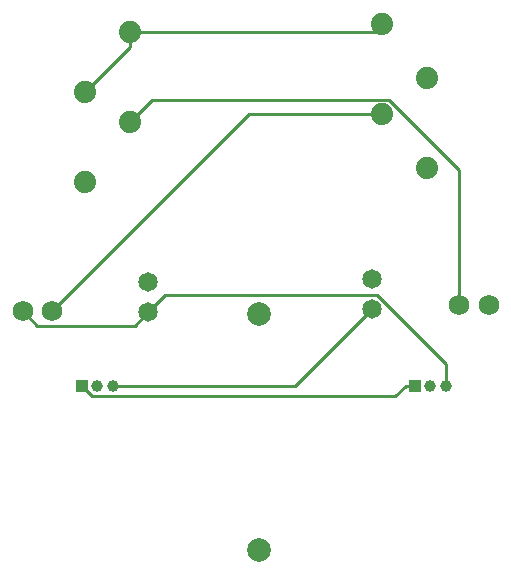
<source format=gbl>
G04 Layer: BottomLayer*
G04 EasyEDA v6.5.50, 2025-05-04 21:41:00*
G04 ca8d08ed92a845228751cf11d91fab5a,29578758438443b98db2ef743fe8f290,10*
G04 Gerber Generator version 0.2*
G04 Scale: 100 percent, Rotated: No, Reflected: No *
G04 Dimensions in millimeters *
G04 leading zeros omitted , absolute positions ,4 integer and 5 decimal *
%FSLAX45Y45*%
%MOMM*%

%ADD10C,0.2540*%
%ADD11C,1.6510*%
%ADD12C,2.0000*%
%ADD13C,1.7500*%
%ADD14C,1.0000*%
%ADD15R,1.0000X1.0000*%
%ADD16C,1.8796*%
%ADD17C,0.0140*%

%LPD*%
D10*
X3721100Y8293100D02*
G01*
X3657600Y8229600D01*
X1587500Y8229600D01*
X1587500Y8229600D02*
G01*
X1587500Y8102600D01*
X1206500Y7721600D01*
X1587500Y7467600D02*
G01*
X1774139Y7654239D01*
X3779520Y7654239D01*
X4370806Y7062952D01*
X4370806Y5918200D01*
X3721100Y7531100D02*
G01*
X2588793Y7531100D01*
X925093Y5867400D01*
X1438097Y5232400D02*
G01*
X2984550Y5232400D01*
X3632200Y5880049D01*
X675106Y5867400D02*
G01*
X801776Y5740730D01*
X1625980Y5740730D01*
X1739900Y5854649D01*
X4257497Y5232400D02*
G01*
X4257497Y5413781D01*
X3673271Y5998006D01*
X1883257Y5998006D01*
X1739900Y5854649D01*
X3997502Y5232400D02*
G01*
X3919575Y5232400D01*
X3919575Y5232400D02*
G01*
X3831361Y5144185D01*
X1266317Y5144185D01*
X1178102Y5232400D01*
D11*
G01*
X1739900Y6108649D03*
G01*
X1739900Y5854649D03*
G01*
X3632200Y6134049D03*
G01*
X3632200Y5880049D03*
D12*
G01*
X2679700Y5838697D03*
G01*
X2679700Y3838702D03*
D13*
G01*
X675106Y5867400D03*
G01*
X925093Y5867400D03*
G01*
X4620793Y5918200D03*
G01*
X4370806Y5918200D03*
D14*
G01*
X4257497Y5232400D03*
G01*
X4127500Y5232400D03*
D15*
G01*
X3997502Y5232400D03*
D14*
G01*
X1438097Y5232400D03*
G01*
X1308100Y5232400D03*
D15*
G01*
X1178102Y5232400D03*
D16*
G01*
X1206500Y6959600D03*
G01*
X1206500Y7721600D03*
G01*
X1587500Y7467600D03*
G01*
X1587500Y8229600D03*
G01*
X3721100Y7531100D03*
G01*
X3721100Y8293100D03*
G01*
X4102100Y7073900D03*
G01*
X4102100Y7835900D03*
M02*

</source>
